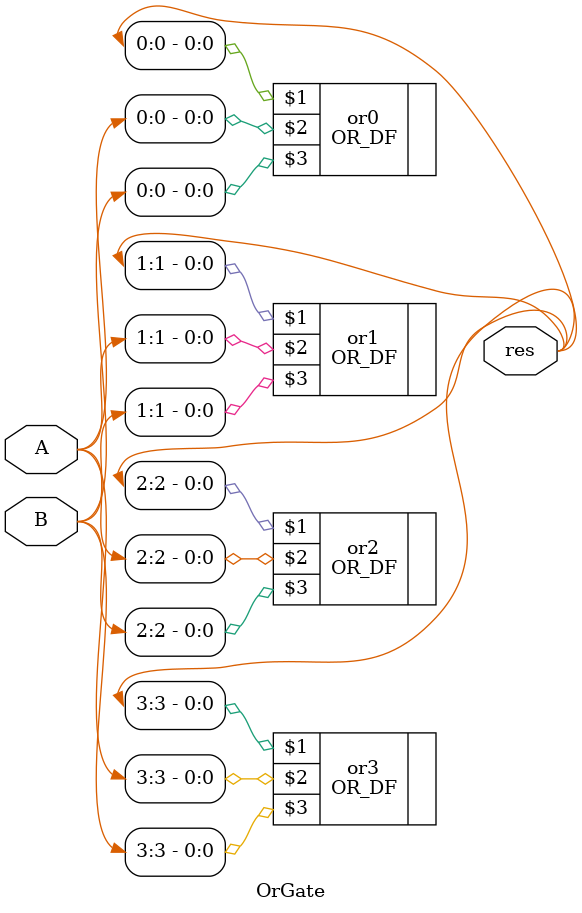
<source format=v>
module OrGate(res, A, B);
input [3:0] A, B;
output [3:0] res;
OR_DF or0(res[0], A[0], B[0]);
OR_DF or1(res[1], A[1], B[1]);
OR_DF or2(res[2], A[2], B[2]);
OR_DF or3(res[3], A[3], B[3]);
endmodule 
</source>
